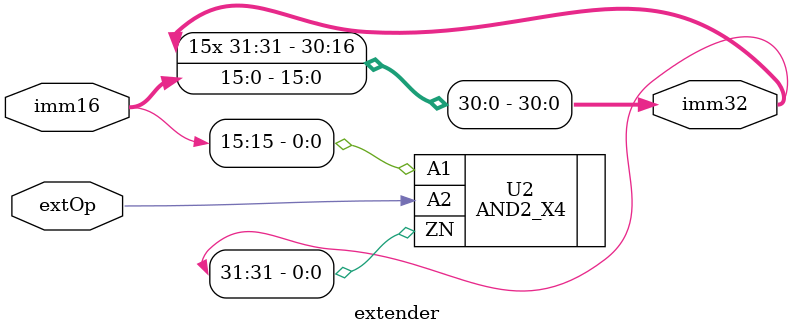
<source format=v>

module extender ( extOp, imm16, imm32 );
  input [15:0] imm16;
  output [31:0] imm32;
  input extOp;

  assign imm32[15] = imm16[15];
  assign imm32[14] = imm16[14];
  assign imm32[13] = imm16[13];
  assign imm32[12] = imm16[12];
  assign imm32[11] = imm16[11];
  assign imm32[10] = imm16[10];
  assign imm32[9] = imm16[9];
  assign imm32[8] = imm16[8];
  assign imm32[7] = imm16[7];
  assign imm32[6] = imm16[6];
  assign imm32[5] = imm16[5];
  assign imm32[4] = imm16[4];
  assign imm32[3] = imm16[3];
  assign imm32[2] = imm16[2];
  assign imm32[1] = imm16[1];
  assign imm32[0] = imm16[0];
  assign imm32[16] = imm32[31];
  assign imm32[17] = imm32[31];
  assign imm32[18] = imm32[31];
  assign imm32[19] = imm32[31];
  assign imm32[20] = imm32[31];
  assign imm32[21] = imm32[31];
  assign imm32[22] = imm32[31];
  assign imm32[23] = imm32[31];
  assign imm32[24] = imm32[31];
  assign imm32[25] = imm32[31];
  assign imm32[26] = imm32[31];
  assign imm32[27] = imm32[31];
  assign imm32[28] = imm32[31];
  assign imm32[29] = imm32[31];
  assign imm32[30] = imm32[31];

  AND2_X4 U2 ( .A1(imm16[15]), .A2(extOp), .ZN(imm32[31]) );
endmodule


</source>
